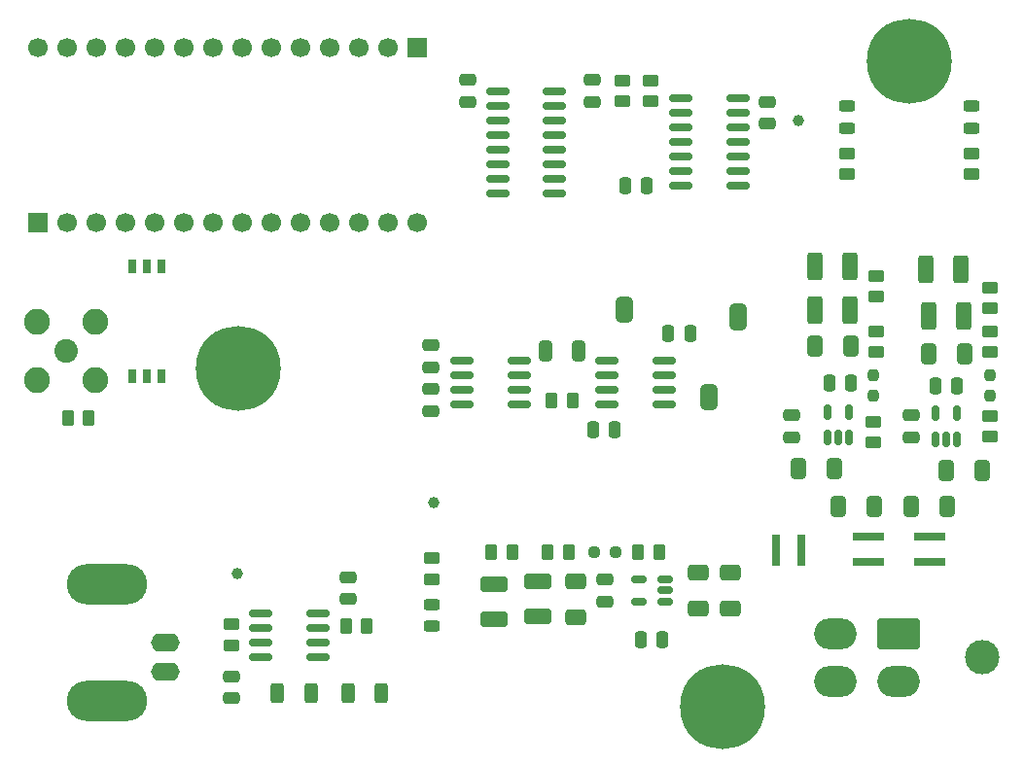
<source format=gbr>
%TF.GenerationSoftware,KiCad,Pcbnew,9.0.4*%
%TF.CreationDate,2025-09-05T01:27:12-04:00*%
%TF.ProjectId,max5719_breakout,6d617835-3731-4395-9f62-7265616b6f75,rev?*%
%TF.SameCoordinates,Original*%
%TF.FileFunction,Soldermask,Top*%
%TF.FilePolarity,Negative*%
%FSLAX46Y46*%
G04 Gerber Fmt 4.6, Leading zero omitted, Abs format (unit mm)*
G04 Created by KiCad (PCBNEW 9.0.4) date 2025-09-05 01:27:12*
%MOMM*%
%LPD*%
G01*
G04 APERTURE LIST*
G04 Aperture macros list*
%AMRoundRect*
0 Rectangle with rounded corners*
0 $1 Rounding radius*
0 $2 $3 $4 $5 $6 $7 $8 $9 X,Y pos of 4 corners*
0 Add a 4 corners polygon primitive as box body*
4,1,4,$2,$3,$4,$5,$6,$7,$8,$9,$2,$3,0*
0 Add four circle primitives for the rounded corners*
1,1,$1+$1,$2,$3*
1,1,$1+$1,$4,$5*
1,1,$1+$1,$6,$7*
1,1,$1+$1,$8,$9*
0 Add four rect primitives between the rounded corners*
20,1,$1+$1,$2,$3,$4,$5,0*
20,1,$1+$1,$4,$5,$6,$7,0*
20,1,$1+$1,$6,$7,$8,$9,0*
20,1,$1+$1,$8,$9,$2,$3,0*%
%AMFreePoly0*
4,1,23,0.500000,-0.750000,0.000000,-0.750000,0.000000,-0.745722,-0.065263,-0.745722,-0.191342,-0.711940,-0.304381,-0.646677,-0.396677,-0.554381,-0.461940,-0.441342,-0.495722,-0.315263,-0.495722,-0.250000,-0.500000,-0.250000,-0.500000,0.250000,-0.495722,0.250000,-0.495722,0.315263,-0.461940,0.441342,-0.396677,0.554381,-0.304381,0.646677,-0.191342,0.711940,-0.065263,0.745722,0.000000,0.745722,
0.000000,0.750000,0.500000,0.750000,0.500000,-0.750000,0.500000,-0.750000,$1*%
%AMFreePoly1*
4,1,23,0.000000,0.745722,0.065263,0.745722,0.191342,0.711940,0.304381,0.646677,0.396677,0.554381,0.461940,0.441342,0.495722,0.315263,0.495722,0.250000,0.500000,0.250000,0.500000,-0.250000,0.495722,-0.250000,0.495722,-0.315263,0.461940,-0.441342,0.396677,-0.554381,0.304381,-0.646677,0.191342,-0.711940,0.065263,-0.745722,0.000000,-0.745722,0.000000,-0.750000,-0.500000,-0.750000,
-0.500000,0.750000,0.000000,0.750000,0.000000,0.745722,0.000000,0.745722,$1*%
G04 Aperture macros list end*
%ADD10RoundRect,0.250000X0.325000X0.650000X-0.325000X0.650000X-0.325000X-0.650000X0.325000X-0.650000X0*%
%ADD11RoundRect,0.250000X0.312500X0.625000X-0.312500X0.625000X-0.312500X-0.625000X0.312500X-0.625000X0*%
%ADD12RoundRect,0.250000X-0.312500X-0.625000X0.312500X-0.625000X0.312500X0.625000X-0.312500X0.625000X0*%
%ADD13RoundRect,0.243750X0.456250X-0.243750X0.456250X0.243750X-0.456250X0.243750X-0.456250X-0.243750X0*%
%ADD14RoundRect,0.243750X-0.456250X0.243750X-0.456250X-0.243750X0.456250X-0.243750X0.456250X0.243750X0*%
%ADD15RoundRect,0.250000X-0.450000X0.262500X-0.450000X-0.262500X0.450000X-0.262500X0.450000X0.262500X0*%
%ADD16RoundRect,0.250000X0.450000X-0.262500X0.450000X0.262500X-0.450000X0.262500X-0.450000X-0.262500X0*%
%ADD17R,0.800000X2.700000*%
%ADD18RoundRect,0.250000X-0.262500X-0.450000X0.262500X-0.450000X0.262500X0.450000X-0.262500X0.450000X0*%
%ADD19RoundRect,0.150000X-0.825000X-0.150000X0.825000X-0.150000X0.825000X0.150000X-0.825000X0.150000X0*%
%ADD20RoundRect,0.250000X-0.412500X-0.650000X0.412500X-0.650000X0.412500X0.650000X-0.412500X0.650000X0*%
%ADD21RoundRect,0.250000X0.420000X0.945000X-0.420000X0.945000X-0.420000X-0.945000X0.420000X-0.945000X0*%
%ADD22RoundRect,0.250000X-0.475000X0.250000X-0.475000X-0.250000X0.475000X-0.250000X0.475000X0.250000X0*%
%ADD23C,1.000000*%
%ADD24C,0.800000*%
%ADD25C,7.400000*%
%ADD26C,3.000000*%
%ADD27RoundRect,0.250001X-1.599999X1.099999X-1.599999X-1.099999X1.599999X-1.099999X1.599999X1.099999X0*%
%ADD28O,3.700000X2.700000*%
%ADD29FreePoly0,90.000000*%
%ADD30FreePoly1,90.000000*%
%ADD31RoundRect,0.250000X-0.650000X0.412500X-0.650000X-0.412500X0.650000X-0.412500X0.650000X0.412500X0*%
%ADD32RoundRect,0.150000X0.825000X0.150000X-0.825000X0.150000X-0.825000X-0.150000X0.825000X-0.150000X0*%
%ADD33RoundRect,0.237500X-0.237500X0.250000X-0.237500X-0.250000X0.237500X-0.250000X0.237500X0.250000X0*%
%ADD34O,2.500000X1.600000*%
%ADD35O,7.000000X3.500000*%
%ADD36RoundRect,0.250000X0.262500X0.450000X-0.262500X0.450000X-0.262500X-0.450000X0.262500X-0.450000X0*%
%ADD37RoundRect,0.250000X0.250000X0.475000X-0.250000X0.475000X-0.250000X-0.475000X0.250000X-0.475000X0*%
%ADD38RoundRect,0.250000X-0.250000X-0.475000X0.250000X-0.475000X0.250000X0.475000X-0.250000X0.475000X0*%
%ADD39C,2.050000*%
%ADD40C,2.250000*%
%ADD41R,2.700000X0.800000*%
%ADD42R,0.800000X1.300000*%
%ADD43RoundRect,0.250000X0.945000X-0.420000X0.945000X0.420000X-0.945000X0.420000X-0.945000X-0.420000X0*%
%ADD44RoundRect,0.250000X0.475000X-0.250000X0.475000X0.250000X-0.475000X0.250000X-0.475000X-0.250000X0*%
%ADD45RoundRect,0.150000X0.150000X-0.512500X0.150000X0.512500X-0.150000X0.512500X-0.150000X-0.512500X0*%
%ADD46RoundRect,0.250000X0.412500X0.650000X-0.412500X0.650000X-0.412500X-0.650000X0.412500X-0.650000X0*%
%ADD47R,1.700000X1.700000*%
%ADD48C,1.700000*%
%ADD49RoundRect,0.250000X-0.420000X-0.945000X0.420000X-0.945000X0.420000X0.945000X-0.420000X0.945000X0*%
%ADD50FreePoly0,270.000000*%
%ADD51FreePoly1,270.000000*%
%ADD52RoundRect,0.150000X0.512500X0.150000X-0.512500X0.150000X-0.512500X-0.150000X0.512500X-0.150000X0*%
%ADD53RoundRect,0.237500X-0.250000X-0.237500X0.250000X-0.237500X0.250000X0.237500X-0.250000X0.237500X0*%
%ADD54RoundRect,0.250000X0.650000X-0.412500X0.650000X0.412500X-0.650000X0.412500X-0.650000X-0.412500X0*%
G04 APERTURE END LIST*
%TO.C,JP1*%
G36*
X82341000Y-58189000D02*
G01*
X83841000Y-58189000D01*
X83841000Y-57889000D01*
X82341000Y-57889000D01*
X82341000Y-58189000D01*
G37*
%TO.C,JP2*%
G36*
X73931000Y-57254000D02*
G01*
X72431000Y-57254000D01*
X72431000Y-57554000D01*
X73931000Y-57554000D01*
X73931000Y-57254000D01*
G37*
%TO.C,JP3*%
G36*
X81301000Y-64874000D02*
G01*
X79801000Y-64874000D01*
X79801000Y-65174000D01*
X81301000Y-65174000D01*
X81301000Y-64874000D01*
G37*
%TD*%
D10*
%TO.C,C25*%
X69261000Y-60960000D03*
X66311000Y-60960000D03*
%TD*%
D11*
%TO.C,R22*%
X45912500Y-90805000D03*
X42987500Y-90805000D03*
%TD*%
D12*
%TO.C,R21*%
X49145000Y-90805000D03*
X52070000Y-90805000D03*
%TD*%
D13*
%TO.C,D3*%
X103411000Y-41577500D03*
X103411000Y-39702500D03*
%TD*%
D14*
%TO.C,D1*%
X92616000Y-39702500D03*
X92616000Y-41577500D03*
%TD*%
D15*
%TO.C,R12*%
X105062000Y-55475500D03*
X105062000Y-57300500D03*
%TD*%
D16*
%TO.C,R10*%
X105062000Y-68476500D03*
X105062000Y-66651500D03*
%TD*%
D17*
%TO.C,L2*%
X88636000Y-78359000D03*
X86436000Y-78359000D03*
%TD*%
D18*
%TO.C,R7*%
X61628000Y-78552000D03*
X63453000Y-78552000D03*
%TD*%
D19*
%TO.C,U6*%
X62201000Y-38354000D03*
X62201000Y-39624000D03*
X62201000Y-40894000D03*
X62201000Y-42164000D03*
X62201000Y-43434000D03*
X62201000Y-44704000D03*
X62201000Y-45974000D03*
X62201000Y-47244000D03*
X67151000Y-47244000D03*
X67151000Y-45974000D03*
X67151000Y-44704000D03*
X67151000Y-43434000D03*
X67151000Y-42164000D03*
X67151000Y-40894000D03*
X67151000Y-39624000D03*
X67151000Y-38354000D03*
%TD*%
D20*
%TO.C,C15*%
X99689500Y-61214000D03*
X102814500Y-61214000D03*
%TD*%
D21*
%TO.C,C18*%
X102792000Y-57912000D03*
X99712000Y-57912000D03*
%TD*%
D20*
%TO.C,C6*%
X101213500Y-71374000D03*
X104338500Y-71374000D03*
%TD*%
D13*
%TO.C,D2*%
X56421000Y-84988000D03*
X56421000Y-83113000D03*
%TD*%
D22*
%TO.C,C22*%
X56356000Y-60518000D03*
X56356000Y-62418000D03*
%TD*%
D23*
%TO.C,TP1*%
X88392000Y-40894000D03*
%TD*%
D22*
%TO.C,C26*%
X70391000Y-37404000D03*
X70391000Y-39304000D03*
%TD*%
D24*
%TO.C,H1*%
X36849000Y-62484000D03*
X37661779Y-60521779D03*
X37661779Y-64446221D03*
X39624000Y-59709000D03*
D25*
X39624000Y-62484000D03*
D24*
X39624000Y-65259000D03*
X41586221Y-60521779D03*
X41586221Y-64446221D03*
X42399000Y-62484000D03*
%TD*%
D26*
%TO.C,J1*%
X104394000Y-87698000D03*
D27*
X97094000Y-85598000D03*
D28*
X97094000Y-89798000D03*
X91594000Y-85598000D03*
X91594000Y-89798000D03*
%TD*%
D29*
%TO.C,JP1*%
X83091000Y-58689000D03*
D30*
X83091000Y-57389000D03*
%TD*%
D31*
%TO.C,C5*%
X82456000Y-80275500D03*
X82456000Y-83400500D03*
%TD*%
D18*
%TO.C,R9*%
X74431500Y-78552000D03*
X76256500Y-78552000D03*
%TD*%
%TO.C,R16*%
X24741500Y-66802000D03*
X26566500Y-66802000D03*
%TD*%
D32*
%TO.C,U9*%
X46524750Y-87630000D03*
X46524750Y-86360000D03*
X46524750Y-85090000D03*
X46524750Y-83820000D03*
X41574750Y-83820000D03*
X41574750Y-85090000D03*
X41574750Y-86360000D03*
X41574750Y-87630000D03*
%TD*%
D15*
%TO.C,R6*%
X94902000Y-67159500D03*
X94902000Y-68984500D03*
%TD*%
D33*
%TO.C,R3*%
X105062000Y-63095500D03*
X105062000Y-64920500D03*
%TD*%
D15*
%TO.C,R11*%
X105062000Y-59285500D03*
X105062000Y-61110500D03*
%TD*%
D16*
%TO.C,R15*%
X103411000Y-45616500D03*
X103411000Y-43791500D03*
%TD*%
D34*
%TO.C,J5*%
X33274000Y-86360000D03*
D35*
X28194000Y-91440000D03*
D34*
X33274000Y-88900000D03*
D35*
X28194000Y-81280000D03*
%TD*%
D21*
%TO.C,C21*%
X102538000Y-53848000D03*
X99458000Y-53848000D03*
%TD*%
D36*
%TO.C,R17*%
X68698500Y-65278000D03*
X66873500Y-65278000D03*
%TD*%
D37*
%TO.C,C29*%
X72390000Y-67818000D03*
X70490000Y-67818000D03*
%TD*%
D15*
%TO.C,R23*%
X38969750Y-84812500D03*
X38969750Y-86637500D03*
%TD*%
D38*
%TO.C,C12*%
X100302000Y-64008000D03*
X102202000Y-64008000D03*
%TD*%
D39*
%TO.C,J2*%
X24638000Y-60960000D03*
D40*
X22098000Y-63500000D03*
X27178000Y-63500000D03*
X22098000Y-58420000D03*
X27178000Y-58420000D03*
%TD*%
D41*
%TO.C,L1*%
X94461000Y-79358000D03*
X94461000Y-77158000D03*
%TD*%
D42*
%TO.C,U4*%
X30386000Y-63170000D03*
X31656000Y-63170000D03*
X32926000Y-63170000D03*
X32926000Y-53670000D03*
X31656000Y-53670000D03*
X30386000Y-53670000D03*
%TD*%
D43*
%TO.C,C17*%
X65692000Y-84156000D03*
X65692000Y-81076000D03*
%TD*%
D44*
%TO.C,C11*%
X71534000Y-82804000D03*
X71534000Y-80904000D03*
%TD*%
D43*
%TO.C,C20*%
X61882000Y-84410000D03*
X61882000Y-81330000D03*
%TD*%
D24*
%TO.C,H2*%
X95199221Y-35744221D03*
X96012000Y-33782000D03*
X96012000Y-37706442D03*
X97974221Y-32969221D03*
D25*
X97974221Y-35744221D03*
D24*
X97974221Y-38519221D03*
X99936442Y-33782000D03*
X99936442Y-37706442D03*
X100749221Y-35744221D03*
%TD*%
D33*
%TO.C,R1*%
X94902000Y-63095500D03*
X94902000Y-64920500D03*
%TD*%
D45*
%TO.C,U1*%
X90904000Y-68574500D03*
X91854000Y-68574500D03*
X92804000Y-68574500D03*
X92804000Y-66299500D03*
X90904000Y-66299500D03*
%TD*%
D23*
%TO.C,TP2*%
X39477750Y-80391000D03*
%TD*%
D15*
%TO.C,R14*%
X56421000Y-79074000D03*
X56421000Y-80899000D03*
%TD*%
D38*
%TO.C,C10*%
X91031000Y-63754000D03*
X92931000Y-63754000D03*
%TD*%
D32*
%TO.C,U7*%
X76643000Y-65659000D03*
X76643000Y-64389000D03*
X76643000Y-63119000D03*
X76643000Y-61849000D03*
X71693000Y-61849000D03*
X71693000Y-63119000D03*
X71693000Y-64389000D03*
X71693000Y-65659000D03*
%TD*%
D46*
%TO.C,C3*%
X101290500Y-74549000D03*
X98165500Y-74549000D03*
%TD*%
D44*
%TO.C,C32*%
X49129750Y-82611000D03*
X49129750Y-80711000D03*
%TD*%
D37*
%TO.C,C8*%
X76548000Y-86172000D03*
X74648000Y-86172000D03*
%TD*%
D22*
%TO.C,C24*%
X59596000Y-37404000D03*
X59596000Y-39304000D03*
%TD*%
D38*
%TO.C,C30*%
X77028000Y-59436000D03*
X78928000Y-59436000D03*
%TD*%
D44*
%TO.C,C7*%
X87790000Y-68514000D03*
X87790000Y-66614000D03*
%TD*%
D47*
%TO.C,J4*%
X55213000Y-34544000D03*
D48*
X52673000Y-34544000D03*
X50133000Y-34544000D03*
X47593000Y-34544000D03*
X45053000Y-34544000D03*
X42513000Y-34544000D03*
X39973000Y-34544000D03*
X37433000Y-34544000D03*
X34893000Y-34544000D03*
X32353000Y-34544000D03*
X29813000Y-34544000D03*
X27273000Y-34544000D03*
X24733000Y-34544000D03*
X22193000Y-34544000D03*
%TD*%
D24*
%TO.C,H3*%
X79013000Y-91948000D03*
X79825779Y-89985779D03*
X79825779Y-93910221D03*
X81788000Y-89173000D03*
D25*
X81788000Y-91948000D03*
D24*
X81788000Y-94723000D03*
X83750221Y-89985779D03*
X83750221Y-93910221D03*
X84563000Y-91948000D03*
%TD*%
D49*
%TO.C,C19*%
X89806000Y-53594000D03*
X92886000Y-53594000D03*
%TD*%
D44*
%TO.C,C9*%
X98204000Y-68514000D03*
X98204000Y-66614000D03*
%TD*%
D22*
%TO.C,C31*%
X38969750Y-89347000D03*
X38969750Y-91247000D03*
%TD*%
D15*
%TO.C,R5*%
X95156000Y-59285500D03*
X95156000Y-61110500D03*
%TD*%
%TO.C,R19*%
X72996000Y-37441500D03*
X72996000Y-39266500D03*
%TD*%
D50*
%TO.C,JP2*%
X73181000Y-56754000D03*
D51*
X73181000Y-58054000D03*
%TD*%
D16*
%TO.C,R13*%
X92616000Y-45616500D03*
X92616000Y-43791500D03*
%TD*%
D41*
%TO.C,L3*%
X99822000Y-79332000D03*
X99822000Y-77132000D03*
%TD*%
D47*
%TO.C,J3*%
X22193000Y-49784000D03*
D48*
X24733000Y-49784000D03*
X27273000Y-49784000D03*
X29813000Y-49784000D03*
X32353000Y-49784000D03*
X34893000Y-49784000D03*
X37433000Y-49784000D03*
X39973000Y-49784000D03*
X42513000Y-49784000D03*
X45053000Y-49784000D03*
X47593000Y-49784000D03*
X50133000Y-49784000D03*
X52673000Y-49784000D03*
X55213000Y-49784000D03*
%TD*%
D50*
%TO.C,JP3*%
X80551000Y-64374000D03*
D51*
X80551000Y-65674000D03*
%TD*%
D32*
%TO.C,U8*%
X83091000Y-46609000D03*
X83091000Y-45339000D03*
X83091000Y-44069000D03*
X83091000Y-42799000D03*
X83091000Y-41529000D03*
X83091000Y-40259000D03*
X83091000Y-38989000D03*
X78141000Y-38989000D03*
X78141000Y-40259000D03*
X78141000Y-41529000D03*
X78141000Y-42799000D03*
X78141000Y-44069000D03*
X78141000Y-45339000D03*
X78141000Y-46609000D03*
%TD*%
D18*
%TO.C,R20*%
X48979250Y-84963000D03*
X50804250Y-84963000D03*
%TD*%
D19*
%TO.C,U5*%
X59088000Y-61849000D03*
X59088000Y-63119000D03*
X59088000Y-64389000D03*
X59088000Y-65659000D03*
X64038000Y-65659000D03*
X64038000Y-64389000D03*
X64038000Y-63119000D03*
X64038000Y-61849000D03*
%TD*%
D44*
%TO.C,C27*%
X85631000Y-41209000D03*
X85631000Y-39309000D03*
%TD*%
D15*
%TO.C,R4*%
X95156000Y-54459500D03*
X95156000Y-56284500D03*
%TD*%
D20*
%TO.C,C1*%
X91815500Y-74549000D03*
X94940500Y-74549000D03*
%TD*%
D52*
%TO.C,U2*%
X76735500Y-82804000D03*
X76735500Y-81854000D03*
X76735500Y-80904000D03*
X74460500Y-80904000D03*
X74460500Y-82804000D03*
%TD*%
D22*
%TO.C,C23*%
X56356000Y-64328000D03*
X56356000Y-66228000D03*
%TD*%
D20*
%TO.C,C13*%
X89783500Y-60579000D03*
X92908500Y-60579000D03*
%TD*%
D15*
%TO.C,R18*%
X75471000Y-37441500D03*
X75471000Y-39266500D03*
%TD*%
D38*
%TO.C,C28*%
X73251000Y-46609000D03*
X75151000Y-46609000D03*
%TD*%
D49*
%TO.C,C16*%
X89806000Y-57404000D03*
X92886000Y-57404000D03*
%TD*%
D53*
%TO.C,R2*%
X70621500Y-78552000D03*
X72446500Y-78552000D03*
%TD*%
D18*
%TO.C,R8*%
X66557500Y-78552000D03*
X68382500Y-78552000D03*
%TD*%
D45*
%TO.C,U3*%
X100302000Y-68701500D03*
X101252000Y-68701500D03*
X102202000Y-68701500D03*
X102202000Y-66426500D03*
X100302000Y-66426500D03*
%TD*%
D54*
%TO.C,C14*%
X68994000Y-84178500D03*
X68994000Y-81053500D03*
%TD*%
D46*
%TO.C,C4*%
X91511500Y-71247000D03*
X88386500Y-71247000D03*
%TD*%
D23*
%TO.C,TP3*%
X56642000Y-74168000D03*
%TD*%
D31*
%TO.C,C2*%
X79642000Y-80279500D03*
X79642000Y-83404500D03*
%TD*%
M02*

</source>
